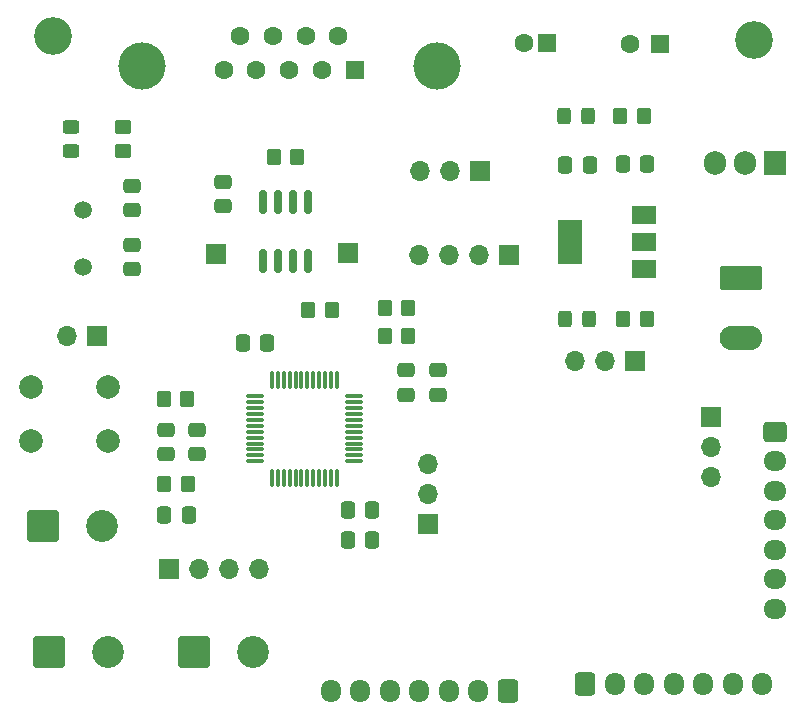
<source format=gbr>
%TF.GenerationSoftware,KiCad,Pcbnew,8.0.5*%
%TF.CreationDate,2024-10-29T23:06:17+07:00*%
%TF.ProjectId,inverter_vcu,696e7665-7274-4657-925f-7663752e6b69,rev?*%
%TF.SameCoordinates,Original*%
%TF.FileFunction,Soldermask,Top*%
%TF.FilePolarity,Negative*%
%FSLAX46Y46*%
G04 Gerber Fmt 4.6, Leading zero omitted, Abs format (unit mm)*
G04 Created by KiCad (PCBNEW 8.0.5) date 2024-10-29 23:06:17*
%MOMM*%
%LPD*%
G01*
G04 APERTURE LIST*
G04 Aperture macros list*
%AMRoundRect*
0 Rectangle with rounded corners*
0 $1 Rounding radius*
0 $2 $3 $4 $5 $6 $7 $8 $9 X,Y pos of 4 corners*
0 Add a 4 corners polygon primitive as box body*
4,1,4,$2,$3,$4,$5,$6,$7,$8,$9,$2,$3,0*
0 Add four circle primitives for the rounded corners*
1,1,$1+$1,$2,$3*
1,1,$1+$1,$4,$5*
1,1,$1+$1,$6,$7*
1,1,$1+$1,$8,$9*
0 Add four rect primitives between the rounded corners*
20,1,$1+$1,$2,$3,$4,$5,0*
20,1,$1+$1,$4,$5,$6,$7,0*
20,1,$1+$1,$6,$7,$8,$9,0*
20,1,$1+$1,$8,$9,$2,$3,0*%
G04 Aperture macros list end*
%ADD10RoundRect,0.250000X-0.350000X-0.450000X0.350000X-0.450000X0.350000X0.450000X-0.350000X0.450000X0*%
%ADD11RoundRect,0.250000X-0.600000X-0.725000X0.600000X-0.725000X0.600000X0.725000X-0.600000X0.725000X0*%
%ADD12O,1.700000X1.950000*%
%ADD13R,1.700000X1.700000*%
%ADD14O,1.700000X1.700000*%
%ADD15RoundRect,0.250000X-0.475000X0.337500X-0.475000X-0.337500X0.475000X-0.337500X0.475000X0.337500X0*%
%ADD16RoundRect,0.250000X-0.337500X-0.475000X0.337500X-0.475000X0.337500X0.475000X-0.337500X0.475000X0*%
%ADD17RoundRect,0.250001X-1.099999X-1.099999X1.099999X-1.099999X1.099999X1.099999X-1.099999X1.099999X0*%
%ADD18C,2.700000*%
%ADD19RoundRect,0.250000X0.475000X-0.337500X0.475000X0.337500X-0.475000X0.337500X-0.475000X-0.337500X0*%
%ADD20RoundRect,0.249999X-1.550001X0.790001X-1.550001X-0.790001X1.550001X-0.790001X1.550001X0.790001X0*%
%ADD21O,3.600000X2.080000*%
%ADD22RoundRect,0.250000X0.350000X0.450000X-0.350000X0.450000X-0.350000X-0.450000X0.350000X-0.450000X0*%
%ADD23RoundRect,0.250000X0.450000X-0.350000X0.450000X0.350000X-0.450000X0.350000X-0.450000X-0.350000X0*%
%ADD24RoundRect,0.075000X-0.662500X-0.075000X0.662500X-0.075000X0.662500X0.075000X-0.662500X0.075000X0*%
%ADD25RoundRect,0.075000X-0.075000X-0.662500X0.075000X-0.662500X0.075000X0.662500X-0.075000X0.662500X0*%
%ADD26RoundRect,0.250000X-0.325000X-0.450000X0.325000X-0.450000X0.325000X0.450000X-0.325000X0.450000X0*%
%ADD27RoundRect,0.250000X-0.725000X0.600000X-0.725000X-0.600000X0.725000X-0.600000X0.725000X0.600000X0*%
%ADD28O,1.950000X1.700000*%
%ADD29RoundRect,0.150000X0.150000X-0.825000X0.150000X0.825000X-0.150000X0.825000X-0.150000X-0.825000X0*%
%ADD30C,3.200000*%
%ADD31RoundRect,0.250000X-0.450000X0.325000X-0.450000X-0.325000X0.450000X-0.325000X0.450000X0.325000X0*%
%ADD32C,4.000000*%
%ADD33R,1.600000X1.600000*%
%ADD34C,1.600000*%
%ADD35RoundRect,0.250000X0.337500X0.475000X-0.337500X0.475000X-0.337500X-0.475000X0.337500X-0.475000X0*%
%ADD36C,2.000000*%
%ADD37C,1.500000*%
%ADD38R,2.000000X1.500000*%
%ADD39R,2.000000X3.800000*%
%ADD40R,1.905000X2.000000*%
%ADD41O,1.905000X2.000000*%
%ADD42RoundRect,0.250000X0.600000X0.725000X-0.600000X0.725000X-0.600000X-0.725000X0.600000X-0.725000X0*%
G04 APERTURE END LIST*
D10*
%TO.C,R3*%
X147700000Y-92500000D03*
X149700000Y-92500000D03*
%TD*%
D11*
%TO.C,J16*%
X164675000Y-124300000D03*
D12*
X167175000Y-124300000D03*
X169675000Y-124300000D03*
X172175000Y-124300000D03*
X174675000Y-124300000D03*
X177175000Y-124300000D03*
X179675000Y-124300000D03*
%TD*%
D13*
%TO.C,J1*%
X155725000Y-80900000D03*
D14*
X153185000Y-80900000D03*
X150645000Y-80900000D03*
%TD*%
D15*
%TO.C,C8*%
X152200000Y-97737500D03*
X152200000Y-99812500D03*
%TD*%
D16*
%TO.C,C1*%
X135662500Y-95400000D03*
X137737500Y-95400000D03*
%TD*%
D13*
%TO.C,J8*%
X158200000Y-88000000D03*
D14*
X155660000Y-88000000D03*
X153120000Y-88000000D03*
X150580000Y-88000000D03*
%TD*%
D17*
%TO.C,J5*%
X131522500Y-121625000D03*
D18*
X136522500Y-121625000D03*
%TD*%
D19*
%TO.C,C3*%
X131800000Y-104837500D03*
X131800000Y-102762500D03*
%TD*%
D15*
%TO.C,C4*%
X149500000Y-97737500D03*
X149500000Y-99812500D03*
%TD*%
D20*
%TO.C,J13*%
X177877500Y-89960000D03*
D21*
X177877500Y-95040000D03*
%TD*%
D22*
%TO.C,R15*%
X131000000Y-100200000D03*
X129000000Y-100200000D03*
%TD*%
%TO.C,R10*%
X143200000Y-92600000D03*
X141200000Y-92600000D03*
%TD*%
D13*
%TO.C,J6*%
X133400000Y-87900000D03*
%TD*%
D23*
%TO.C,R4*%
X125550000Y-79150000D03*
X125550000Y-77150000D03*
%TD*%
D19*
%TO.C,C7*%
X129200000Y-104837500D03*
X129200000Y-102762500D03*
%TD*%
D24*
%TO.C,U1*%
X136737500Y-99950000D03*
X136737500Y-100450000D03*
X136737500Y-100950000D03*
X136737500Y-101450000D03*
X136737500Y-101950000D03*
X136737500Y-102450000D03*
X136737500Y-102950000D03*
X136737500Y-103450000D03*
X136737500Y-103950000D03*
X136737500Y-104450000D03*
X136737500Y-104950000D03*
X136737500Y-105450000D03*
D25*
X138150000Y-106862500D03*
X138650000Y-106862500D03*
X139150000Y-106862500D03*
X139650000Y-106862500D03*
X140150000Y-106862500D03*
X140650000Y-106862500D03*
X141150000Y-106862500D03*
X141650000Y-106862500D03*
X142150000Y-106862500D03*
X142650000Y-106862500D03*
X143150000Y-106862500D03*
X143650000Y-106862500D03*
D24*
X145062500Y-105450000D03*
X145062500Y-104950000D03*
X145062500Y-104450000D03*
X145062500Y-103950000D03*
X145062500Y-103450000D03*
X145062500Y-102950000D03*
X145062500Y-102450000D03*
X145062500Y-101950000D03*
X145062500Y-101450000D03*
X145062500Y-100950000D03*
X145062500Y-100450000D03*
X145062500Y-99950000D03*
D25*
X143650000Y-98537500D03*
X143150000Y-98537500D03*
X142650000Y-98537500D03*
X142150000Y-98537500D03*
X141650000Y-98537500D03*
X141150000Y-98537500D03*
X140650000Y-98537500D03*
X140150000Y-98537500D03*
X139650000Y-98537500D03*
X139150000Y-98537500D03*
X138650000Y-98537500D03*
X138150000Y-98537500D03*
%TD*%
D13*
%TO.C,J7*%
X144600000Y-87800000D03*
%TD*%
D10*
%TO.C,R16*%
X138300000Y-79700000D03*
X140300000Y-79700000D03*
%TD*%
D26*
%TO.C,5V*%
X162900000Y-76175000D03*
X164950000Y-76175000D03*
%TD*%
D10*
%TO.C,R17*%
X167650000Y-76175000D03*
X169650000Y-76175000D03*
%TD*%
D22*
%TO.C,R1*%
X131050000Y-107400000D03*
X129050000Y-107400000D03*
%TD*%
D13*
%TO.C,J10*%
X123325000Y-94800000D03*
D14*
X120785000Y-94800000D03*
%TD*%
D10*
%TO.C,R2*%
X147700000Y-94800000D03*
X149700000Y-94800000D03*
%TD*%
D17*
%TO.C,J3*%
X118725000Y-110925000D03*
D18*
X123725000Y-110925000D03*
%TD*%
D27*
%TO.C,J15*%
X180725000Y-102950000D03*
D28*
X180725000Y-105450000D03*
X180725000Y-107950000D03*
X180725000Y-110450000D03*
X180725000Y-112950000D03*
X180725000Y-115450000D03*
X180725000Y-117950000D03*
%TD*%
D29*
%TO.C,U2*%
X137395000Y-88475000D03*
X138665000Y-88475000D03*
X139935000Y-88475000D03*
X141205000Y-88475000D03*
X141205000Y-83525000D03*
X139935000Y-83525000D03*
X138665000Y-83525000D03*
X137395000Y-83525000D03*
%TD*%
D30*
%TO.C,REF\u002A\u002A*%
X119650000Y-69400000D03*
%TD*%
D10*
%TO.C,R18*%
X167900000Y-93400000D03*
X169900000Y-93400000D03*
%TD*%
D13*
%TO.C,J11*%
X129450000Y-114575000D03*
D14*
X131990000Y-114575000D03*
X134530000Y-114575000D03*
X137070000Y-114575000D03*
%TD*%
D17*
%TO.C,J4*%
X119275000Y-121625000D03*
D18*
X124275000Y-121625000D03*
%TD*%
D31*
%TO.C,D1*%
X121150000Y-77125000D03*
X121150000Y-79175000D03*
%TD*%
D32*
%TO.C,J12*%
X152110000Y-72005331D03*
X127110000Y-72005331D03*
D33*
X145150000Y-72305331D03*
D34*
X142380000Y-72305331D03*
X139610000Y-72305331D03*
X136840000Y-72305331D03*
X134070000Y-72305331D03*
X143765000Y-69465331D03*
X140995000Y-69465331D03*
X138225000Y-69465331D03*
X135455000Y-69465331D03*
%TD*%
D35*
%TO.C,C13*%
X169937500Y-80300000D03*
X167862500Y-80300000D03*
%TD*%
D15*
%TO.C,C10*%
X126275000Y-82100000D03*
X126275000Y-84175000D03*
%TD*%
D19*
%TO.C,C9*%
X126275000Y-89175000D03*
X126275000Y-87100000D03*
%TD*%
D13*
%TO.C,J14*%
X168900000Y-97000000D03*
D14*
X166360000Y-97000000D03*
X163820000Y-97000000D03*
%TD*%
D33*
%TO.C,C12*%
X170975000Y-70150000D03*
D34*
X168475000Y-70150000D03*
%TD*%
D26*
%TO.C,3v3*%
X162952500Y-93360000D03*
X165002500Y-93360000D03*
%TD*%
D30*
%TO.C,REF\u002A\u002A*%
X178950000Y-69775000D03*
%TD*%
D36*
%TO.C,SW1*%
X124250000Y-103700000D03*
X117750000Y-103700000D03*
X124250000Y-99200000D03*
X117750000Y-99200000D03*
%TD*%
D16*
%TO.C,C2*%
X129012500Y-110000000D03*
X131087500Y-110000000D03*
%TD*%
D33*
%TO.C,C15*%
X161480113Y-70025000D03*
D34*
X159480113Y-70025000D03*
%TD*%
D15*
%TO.C,C11*%
X134000000Y-81762500D03*
X134000000Y-83837500D03*
%TD*%
D37*
%TO.C,Y1*%
X122175000Y-89037500D03*
X122175000Y-84157500D03*
%TD*%
D38*
%TO.C,U4*%
X169650000Y-89200000D03*
X169650000Y-86900000D03*
D39*
X163350000Y-86900000D03*
D38*
X169650000Y-84600000D03*
%TD*%
D35*
%TO.C,C5*%
X146650000Y-109600000D03*
X144575000Y-109600000D03*
%TD*%
D13*
%TO.C,J9*%
X151400000Y-110725000D03*
D14*
X151400000Y-108185000D03*
X151400000Y-105645000D03*
%TD*%
D40*
%TO.C,U3*%
X180700000Y-80200000D03*
D41*
X178160000Y-80200000D03*
X175620000Y-80200000D03*
%TD*%
D42*
%TO.C,J2*%
X158125000Y-124925000D03*
D12*
X155625000Y-124925000D03*
X153125000Y-124925000D03*
X150625000Y-124925000D03*
X148125000Y-124925000D03*
X145625000Y-124925000D03*
X143125000Y-124925000D03*
%TD*%
D35*
%TO.C,C6*%
X146650000Y-112100000D03*
X144575000Y-112100000D03*
%TD*%
D16*
%TO.C,C14*%
X162985000Y-80340000D03*
X165060000Y-80340000D03*
%TD*%
D13*
%TO.C,J17*%
X175325000Y-101725000D03*
D14*
X175325000Y-104265000D03*
X175325000Y-106805000D03*
%TD*%
M02*

</source>
